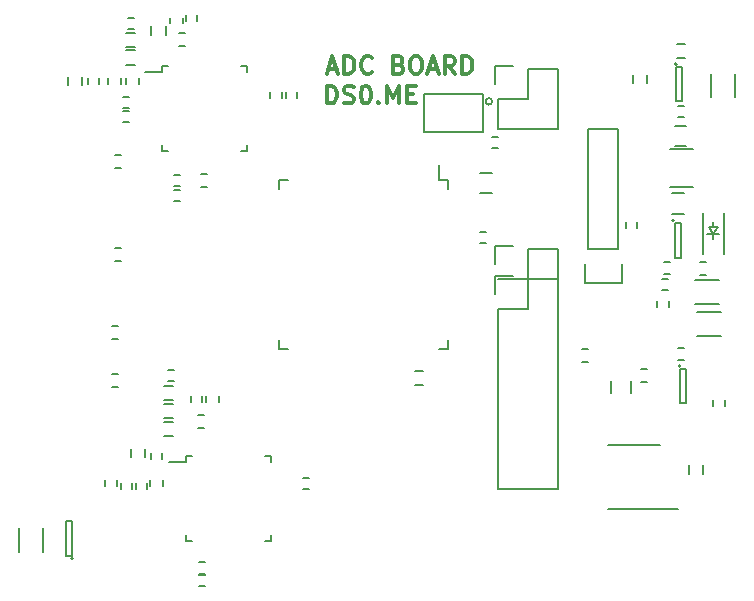
<source format=gto>
G04 #@! TF.FileFunction,Legend,Top*
%FSLAX46Y46*%
G04 Gerber Fmt 4.6, Leading zero omitted, Abs format (unit mm)*
G04 Created by KiCad (PCBNEW 4.0.1-stable) date 01/02/2016 19:28:03*
%MOMM*%
G01*
G04 APERTURE LIST*
%ADD10C,0.100000*%
%ADD11C,0.300000*%
%ADD12C,0.150000*%
G04 APERTURE END LIST*
D10*
D11*
X99785715Y-100678571D02*
X99785715Y-99178571D01*
X100142858Y-99178571D01*
X100357143Y-99250000D01*
X100500001Y-99392857D01*
X100571429Y-99535714D01*
X100642858Y-99821429D01*
X100642858Y-100035714D01*
X100571429Y-100321429D01*
X100500001Y-100464286D01*
X100357143Y-100607143D01*
X100142858Y-100678571D01*
X99785715Y-100678571D01*
X101214286Y-100607143D02*
X101428572Y-100678571D01*
X101785715Y-100678571D01*
X101928572Y-100607143D01*
X102000001Y-100535714D01*
X102071429Y-100392857D01*
X102071429Y-100250000D01*
X102000001Y-100107143D01*
X101928572Y-100035714D01*
X101785715Y-99964286D01*
X101500001Y-99892857D01*
X101357143Y-99821429D01*
X101285715Y-99750000D01*
X101214286Y-99607143D01*
X101214286Y-99464286D01*
X101285715Y-99321429D01*
X101357143Y-99250000D01*
X101500001Y-99178571D01*
X101857143Y-99178571D01*
X102071429Y-99250000D01*
X103000000Y-99178571D02*
X103142857Y-99178571D01*
X103285714Y-99250000D01*
X103357143Y-99321429D01*
X103428572Y-99464286D01*
X103500000Y-99750000D01*
X103500000Y-100107143D01*
X103428572Y-100392857D01*
X103357143Y-100535714D01*
X103285714Y-100607143D01*
X103142857Y-100678571D01*
X103000000Y-100678571D01*
X102857143Y-100607143D01*
X102785714Y-100535714D01*
X102714286Y-100392857D01*
X102642857Y-100107143D01*
X102642857Y-99750000D01*
X102714286Y-99464286D01*
X102785714Y-99321429D01*
X102857143Y-99250000D01*
X103000000Y-99178571D01*
X104142857Y-100535714D02*
X104214285Y-100607143D01*
X104142857Y-100678571D01*
X104071428Y-100607143D01*
X104142857Y-100535714D01*
X104142857Y-100678571D01*
X104857143Y-100678571D02*
X104857143Y-99178571D01*
X105357143Y-100250000D01*
X105857143Y-99178571D01*
X105857143Y-100678571D01*
X106571429Y-99892857D02*
X107071429Y-99892857D01*
X107285715Y-100678571D02*
X106571429Y-100678571D01*
X106571429Y-99178571D01*
X107285715Y-99178571D01*
X99892857Y-97750000D02*
X100607143Y-97750000D01*
X99750000Y-98178571D02*
X100250000Y-96678571D01*
X100750000Y-98178571D01*
X101250000Y-98178571D02*
X101250000Y-96678571D01*
X101607143Y-96678571D01*
X101821428Y-96750000D01*
X101964286Y-96892857D01*
X102035714Y-97035714D01*
X102107143Y-97321429D01*
X102107143Y-97535714D01*
X102035714Y-97821429D01*
X101964286Y-97964286D01*
X101821428Y-98107143D01*
X101607143Y-98178571D01*
X101250000Y-98178571D01*
X103607143Y-98035714D02*
X103535714Y-98107143D01*
X103321428Y-98178571D01*
X103178571Y-98178571D01*
X102964286Y-98107143D01*
X102821428Y-97964286D01*
X102750000Y-97821429D01*
X102678571Y-97535714D01*
X102678571Y-97321429D01*
X102750000Y-97035714D01*
X102821428Y-96892857D01*
X102964286Y-96750000D01*
X103178571Y-96678571D01*
X103321428Y-96678571D01*
X103535714Y-96750000D01*
X103607143Y-96821429D01*
X105892857Y-97392857D02*
X106107143Y-97464286D01*
X106178571Y-97535714D01*
X106250000Y-97678571D01*
X106250000Y-97892857D01*
X106178571Y-98035714D01*
X106107143Y-98107143D01*
X105964285Y-98178571D01*
X105392857Y-98178571D01*
X105392857Y-96678571D01*
X105892857Y-96678571D01*
X106035714Y-96750000D01*
X106107143Y-96821429D01*
X106178571Y-96964286D01*
X106178571Y-97107143D01*
X106107143Y-97250000D01*
X106035714Y-97321429D01*
X105892857Y-97392857D01*
X105392857Y-97392857D01*
X107178571Y-96678571D02*
X107464285Y-96678571D01*
X107607143Y-96750000D01*
X107750000Y-96892857D01*
X107821428Y-97178571D01*
X107821428Y-97678571D01*
X107750000Y-97964286D01*
X107607143Y-98107143D01*
X107464285Y-98178571D01*
X107178571Y-98178571D01*
X107035714Y-98107143D01*
X106892857Y-97964286D01*
X106821428Y-97678571D01*
X106821428Y-97178571D01*
X106892857Y-96892857D01*
X107035714Y-96750000D01*
X107178571Y-96678571D01*
X108392857Y-97750000D02*
X109107143Y-97750000D01*
X108250000Y-98178571D02*
X108750000Y-96678571D01*
X109250000Y-98178571D01*
X110607143Y-98178571D02*
X110107143Y-97464286D01*
X109750000Y-98178571D02*
X109750000Y-96678571D01*
X110321428Y-96678571D01*
X110464286Y-96750000D01*
X110535714Y-96821429D01*
X110607143Y-96964286D01*
X110607143Y-97178571D01*
X110535714Y-97321429D01*
X110464286Y-97392857D01*
X110321428Y-97464286D01*
X109750000Y-97464286D01*
X111250000Y-98178571D02*
X111250000Y-96678571D01*
X111607143Y-96678571D01*
X111821428Y-96750000D01*
X111964286Y-96892857D01*
X112035714Y-97035714D01*
X112107143Y-97321429D01*
X112107143Y-97535714D01*
X112035714Y-97821429D01*
X111964286Y-97964286D01*
X111821428Y-98107143D01*
X111607143Y-98178571D01*
X111250000Y-98178571D01*
D12*
X125125000Y-110680000D02*
X125125000Y-111180000D01*
X126075000Y-111180000D02*
X126075000Y-110680000D01*
X127960000Y-129555000D02*
X123560000Y-129555000D01*
X129535000Y-135005000D02*
X123560000Y-135005000D01*
X85783000Y-97467000D02*
X85783000Y-97992000D01*
X93033000Y-97467000D02*
X93033000Y-97992000D01*
X93033000Y-104717000D02*
X93033000Y-104192000D01*
X85783000Y-104717000D02*
X85783000Y-104192000D01*
X85783000Y-97467000D02*
X86308000Y-97467000D01*
X85783000Y-104717000D02*
X86308000Y-104717000D01*
X93033000Y-104717000D02*
X92508000Y-104717000D01*
X93033000Y-97467000D02*
X92508000Y-97467000D01*
X85783000Y-97992000D02*
X84408000Y-97992000D01*
X126900000Y-98250000D02*
X126900000Y-98950000D01*
X125700000Y-98950000D02*
X125700000Y-98250000D01*
X129500000Y-101825000D02*
X130000000Y-101825000D01*
X130000000Y-100875000D02*
X129500000Y-100875000D01*
X130125000Y-96825000D02*
X129425000Y-96825000D01*
X129425000Y-95625000D02*
X130125000Y-95625000D01*
X129225000Y-104250000D02*
X130225000Y-104250000D01*
X130225000Y-102550000D02*
X129225000Y-102550000D01*
X130430000Y-132020000D02*
X130430000Y-131320000D01*
X131630000Y-131320000D02*
X131630000Y-132020000D01*
X125500000Y-125200000D02*
X125500000Y-124200000D01*
X123800000Y-124200000D02*
X123800000Y-125200000D01*
X83510000Y-97390000D02*
X82810000Y-97390000D01*
X82810000Y-96190000D02*
X83510000Y-96190000D01*
X86710000Y-128870000D02*
X86010000Y-128870000D01*
X86010000Y-127670000D02*
X86710000Y-127670000D01*
X128975000Y-110000000D02*
X129975000Y-110000000D01*
X129975000Y-108300000D02*
X128975000Y-108300000D01*
X128150000Y-116475000D02*
X128650000Y-116475000D01*
X128650000Y-115525000D02*
X128150000Y-115525000D01*
X132990000Y-115635000D02*
X130990000Y-115635000D01*
X130990000Y-117685000D02*
X132990000Y-117685000D01*
X133152000Y-118355000D02*
X131152000Y-118355000D01*
X131152000Y-120405000D02*
X133152000Y-120405000D01*
X83510000Y-95880000D02*
X82810000Y-95880000D01*
X82810000Y-94680000D02*
X83510000Y-94680000D01*
X86710000Y-127346000D02*
X86010000Y-127346000D01*
X86010000Y-126146000D02*
X86710000Y-126146000D01*
X73700000Y-136625000D02*
X73700000Y-138625000D01*
X75750000Y-138625000D02*
X75750000Y-136625000D01*
X134325000Y-100150000D02*
X134325000Y-98150000D01*
X132275000Y-98150000D02*
X132275000Y-100150000D01*
X86125000Y-94150000D02*
X86125000Y-94850000D01*
X84925000Y-94850000D02*
X84925000Y-94150000D01*
X86710000Y-125822000D02*
X86010000Y-125822000D01*
X86010000Y-124622000D02*
X86710000Y-124622000D01*
X82960000Y-94365000D02*
X83460000Y-94365000D01*
X83460000Y-93415000D02*
X82960000Y-93415000D01*
X86364000Y-124173000D02*
X86864000Y-124173000D01*
X86864000Y-123223000D02*
X86364000Y-123223000D01*
X97245000Y-100240000D02*
X97245000Y-99740000D01*
X96295000Y-99740000D02*
X96295000Y-100240000D01*
X97794000Y-133317000D02*
X98294000Y-133317000D01*
X98294000Y-132367000D02*
X97794000Y-132367000D01*
X95955000Y-100240000D02*
X95955000Y-99740000D01*
X95005000Y-99740000D02*
X95005000Y-100240000D01*
X112780000Y-112489000D02*
X113280000Y-112489000D01*
X113280000Y-111539000D02*
X112780000Y-111539000D01*
X87825000Y-93200000D02*
X87825000Y-93700000D01*
X88775000Y-93700000D02*
X88775000Y-93200000D01*
X88285000Y-125420000D02*
X88285000Y-125920000D01*
X89235000Y-125920000D02*
X89235000Y-125420000D01*
X87372000Y-107983000D02*
X86872000Y-107983000D01*
X86872000Y-108933000D02*
X87372000Y-108933000D01*
X79086000Y-98456000D02*
X79086000Y-99156000D01*
X77886000Y-99156000D02*
X77886000Y-98456000D01*
X83220000Y-130652000D02*
X83220000Y-129952000D01*
X84420000Y-129952000D02*
X84420000Y-130652000D01*
X89425000Y-139525000D02*
X88925000Y-139525000D01*
X88925000Y-140475000D02*
X89425000Y-140475000D01*
X80485000Y-99056000D02*
X80485000Y-98556000D01*
X79535000Y-98556000D02*
X79535000Y-99056000D01*
X84869000Y-130306000D02*
X84869000Y-130806000D01*
X85819000Y-130806000D02*
X85819000Y-130306000D01*
X87372000Y-106713000D02*
X86872000Y-106713000D01*
X86872000Y-107663000D02*
X87372000Y-107663000D01*
X89430000Y-140565000D02*
X88930000Y-140565000D01*
X88930000Y-141515000D02*
X89430000Y-141515000D01*
X82510000Y-102285000D02*
X83010000Y-102285000D01*
X83010000Y-101335000D02*
X82510000Y-101335000D01*
X82329000Y-132846000D02*
X82329000Y-133346000D01*
X83279000Y-133346000D02*
X83279000Y-132846000D01*
X82554000Y-101059000D02*
X83054000Y-101059000D01*
X83054000Y-100109000D02*
X82554000Y-100109000D01*
X83599000Y-132846000D02*
X83599000Y-133346000D01*
X84549000Y-133346000D02*
X84549000Y-132846000D01*
X113784000Y-106592000D02*
X112784000Y-106592000D01*
X112784000Y-108292000D02*
X113784000Y-108292000D01*
X107900000Y-124550000D02*
X107200000Y-124550000D01*
X107200000Y-123350000D02*
X107900000Y-123350000D01*
X132500000Y-111132500D02*
X132500000Y-110751500D01*
X132500000Y-112148500D02*
X132500000Y-111767500D01*
X132500000Y-111767500D02*
X132119000Y-111132500D01*
X132119000Y-111132500D02*
X132881000Y-111132500D01*
X132881000Y-111132500D02*
X132500000Y-111767500D01*
X131992000Y-111767500D02*
X133008000Y-111767500D01*
X133400000Y-113450000D02*
X133400000Y-109910000D01*
X131600000Y-113450000D02*
X131600000Y-109910000D01*
X130800760Y-104574800D02*
X128799240Y-104574800D01*
X129800000Y-107775200D02*
X128799240Y-107775200D01*
X129800000Y-107775200D02*
X130800760Y-107775200D01*
X119380000Y-133350000D02*
X119380000Y-115570000D01*
X114300000Y-118110000D02*
X114300000Y-133350000D01*
X119380000Y-133350000D02*
X114300000Y-133350000D01*
X119380000Y-115570000D02*
X116840000Y-115570000D01*
X115570000Y-115290000D02*
X114020000Y-115290000D01*
X116840000Y-115570000D02*
X116840000Y-118110000D01*
X116840000Y-118110000D02*
X114300000Y-118110000D01*
X114020000Y-115290000D02*
X114020000Y-116840000D01*
X114020000Y-99060000D02*
X114020000Y-97510000D01*
X115570000Y-97510000D02*
X114020000Y-97510000D01*
X114300000Y-100330000D02*
X116840000Y-100330000D01*
X116840000Y-100330000D02*
X116840000Y-97790000D01*
X116840000Y-97790000D02*
X119380000Y-97790000D01*
X119380000Y-97790000D02*
X119380000Y-102870000D01*
X119380000Y-102870000D02*
X114300000Y-102870000D01*
X114300000Y-102870000D02*
X114300000Y-100330000D01*
X114020000Y-114300000D02*
X114020000Y-112750000D01*
X115570000Y-112750000D02*
X114020000Y-112750000D01*
X114300000Y-115570000D02*
X116840000Y-115570000D01*
X119380000Y-113030000D02*
X116840000Y-113030000D01*
X116840000Y-113030000D02*
X116840000Y-115570000D01*
X116840000Y-115570000D02*
X119380000Y-115570000D01*
X119380000Y-115570000D02*
X119380000Y-113030000D01*
X124740000Y-114300000D02*
X124740000Y-115850000D01*
X124740000Y-115850000D02*
X121640000Y-115850000D01*
X121640000Y-115850000D02*
X121640000Y-114300000D01*
X121920000Y-113030000D02*
X121920000Y-102870000D01*
X121920000Y-102870000D02*
X124460000Y-102870000D01*
X124460000Y-102870000D02*
X124460000Y-113030000D01*
X121920000Y-113030000D02*
X124460000Y-113030000D01*
X133525000Y-126300000D02*
X133525000Y-125800000D01*
X132475000Y-125800000D02*
X132475000Y-126300000D01*
X129975000Y-121375000D02*
X129475000Y-121375000D01*
X129475000Y-122425000D02*
X129975000Y-122425000D01*
X126850000Y-123175000D02*
X126350000Y-123175000D01*
X126350000Y-124225000D02*
X126850000Y-124225000D01*
X128330000Y-115125000D02*
X128830000Y-115125000D01*
X128830000Y-114075000D02*
X128330000Y-114075000D01*
X131390000Y-115175000D02*
X131890000Y-115175000D01*
X131890000Y-114125000D02*
X131390000Y-114125000D01*
X127715000Y-117430000D02*
X127715000Y-117930000D01*
X128765000Y-117930000D02*
X128765000Y-117430000D01*
X81814000Y-113989000D02*
X82314000Y-113989000D01*
X82314000Y-112939000D02*
X81814000Y-112939000D01*
X81560000Y-120595000D02*
X82060000Y-120595000D01*
X82060000Y-119545000D02*
X81560000Y-119545000D01*
X81814000Y-106115000D02*
X82314000Y-106115000D01*
X82314000Y-105065000D02*
X81814000Y-105065000D01*
X81560000Y-124657000D02*
X82060000Y-124657000D01*
X82060000Y-123607000D02*
X81560000Y-123607000D01*
X87250000Y-95775000D02*
X87750000Y-95775000D01*
X87750000Y-94725000D02*
X87250000Y-94725000D01*
X86525000Y-93400000D02*
X86525000Y-93900000D01*
X87575000Y-93900000D02*
X87575000Y-93400000D01*
X88840000Y-128145000D02*
X89340000Y-128145000D01*
X89340000Y-127095000D02*
X88840000Y-127095000D01*
X89585000Y-125440000D02*
X89585000Y-125940000D01*
X90635000Y-125940000D02*
X90635000Y-125440000D01*
X82787000Y-98556000D02*
X82787000Y-99056000D01*
X83837000Y-99056000D02*
X83837000Y-98556000D01*
X81263000Y-98556000D02*
X81263000Y-99056000D01*
X82313000Y-99056000D02*
X82313000Y-98556000D01*
X84819000Y-132592000D02*
X84819000Y-133092000D01*
X85869000Y-133092000D02*
X85869000Y-132592000D01*
X80959000Y-132592000D02*
X80959000Y-133092000D01*
X82009000Y-133092000D02*
X82009000Y-132592000D01*
X89658000Y-106663000D02*
X89158000Y-106663000D01*
X89158000Y-107713000D02*
X89658000Y-107713000D01*
X121350000Y-122525000D02*
X121850000Y-122525000D01*
X121850000Y-121475000D02*
X121350000Y-121475000D01*
X78311000Y-139217000D02*
G75*
G03X78311000Y-139217000I-100000J0D01*
G01*
X77661000Y-138967000D02*
X78161000Y-138967000D01*
X77661000Y-136067000D02*
X77661000Y-138967000D01*
X78161000Y-136067000D02*
X77661000Y-136067000D01*
X78161000Y-138967000D02*
X78161000Y-136067000D01*
X87815000Y-130487000D02*
X87815000Y-131012000D01*
X95065000Y-130487000D02*
X95065000Y-131012000D01*
X95065000Y-137737000D02*
X95065000Y-137212000D01*
X87815000Y-137737000D02*
X87815000Y-137212000D01*
X87815000Y-130487000D02*
X88340000Y-130487000D01*
X87815000Y-137737000D02*
X88340000Y-137737000D01*
X95065000Y-137737000D02*
X94540000Y-137737000D01*
X95065000Y-130487000D02*
X94540000Y-130487000D01*
X87815000Y-131012000D02*
X86440000Y-131012000D01*
X110045000Y-107125000D02*
X109245000Y-107125000D01*
X110045000Y-121475000D02*
X109245000Y-121475000D01*
X95695000Y-121475000D02*
X96495000Y-121475000D01*
X95695000Y-107125000D02*
X96495000Y-107125000D01*
X110045000Y-107125000D02*
X110045000Y-107925000D01*
X95695000Y-107125000D02*
X95695000Y-107925000D01*
X95695000Y-121475000D02*
X95695000Y-120675000D01*
X110045000Y-121475000D02*
X110045000Y-120675000D01*
X109245000Y-107125000D02*
X109245000Y-105850000D01*
X129425000Y-97350000D02*
G75*
G03X129425000Y-97350000I-100000J0D01*
G01*
X129875000Y-97600000D02*
X129375000Y-97600000D01*
X129875000Y-100500000D02*
X129875000Y-97600000D01*
X129375000Y-100500000D02*
X129875000Y-100500000D01*
X129375000Y-97600000D02*
X129375000Y-100500000D01*
X129750000Y-122900000D02*
G75*
G03X129750000Y-122900000I-100000J0D01*
G01*
X130200000Y-123150000D02*
X129700000Y-123150000D01*
X130200000Y-126050000D02*
X130200000Y-123150000D01*
X129700000Y-126050000D02*
X130200000Y-126050000D01*
X129700000Y-123150000D02*
X129700000Y-126050000D01*
X129175000Y-110575000D02*
G75*
G03X129175000Y-110575000I-100000J0D01*
G01*
X129725000Y-110825000D02*
X129225000Y-110825000D01*
X129725000Y-113725000D02*
X129725000Y-110825000D01*
X129225000Y-113725000D02*
X129725000Y-113725000D01*
X129225000Y-110825000D02*
X129225000Y-113725000D01*
X113750000Y-104475000D02*
X114250000Y-104475000D01*
X114250000Y-103525000D02*
X113750000Y-103525000D01*
X113782843Y-100500000D02*
G75*
G03X113782843Y-100500000I-282843J0D01*
G01*
X113000000Y-103100000D02*
X108000000Y-103100000D01*
X108000000Y-103100000D02*
X108000000Y-99900000D01*
X108000000Y-99900000D02*
X113000000Y-99900000D01*
X113000000Y-99900000D02*
X113000000Y-103100000D01*
M02*

</source>
